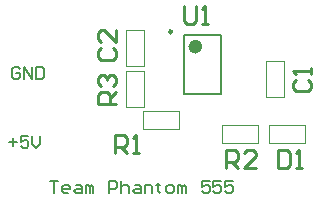
<source format=gto>
G04*
G04 #@! TF.GenerationSoftware,Altium Limited,Altium Designer,18.1.7 (191)*
G04*
G04 Layer_Color=65535*
%FSLAX25Y25*%
%MOIN*%
G70*
G01*
G75*
%ADD10C,0.00984*%
%ADD11C,0.02362*%
%ADD12C,0.00787*%
%ADD13C,0.00394*%
%ADD14C,0.01000*%
D10*
X64567Y65965D02*
G03*
X64567Y65965I-492J0D01*
G01*
D11*
X73622Y61024D02*
G03*
X73622Y61024I-1181J0D01*
G01*
D12*
X68504Y45276D02*
Y64961D01*
X81102Y45276D02*
Y64961D01*
X68504D02*
X81102D01*
X68504Y45276D02*
X81102D01*
X14041Y53673D02*
X13385Y54329D01*
X12073D01*
X11417Y53673D01*
Y51050D01*
X12073Y50394D01*
X13385D01*
X14041Y51050D01*
Y52362D01*
X12729D01*
X15353Y50394D02*
Y54329D01*
X17977Y50394D01*
Y54329D01*
X19289D02*
Y50394D01*
X21257D01*
X21913Y51050D01*
Y53673D01*
X21257Y54329D01*
X19289D01*
X10236Y29133D02*
X12860D01*
X11548Y30445D02*
Y27821D01*
X16796Y31101D02*
X14172D01*
Y29133D01*
X15484Y29789D01*
X16140D01*
X16796Y29133D01*
Y27821D01*
X16140Y27165D01*
X14828D01*
X14172Y27821D01*
X18108Y31101D02*
Y28477D01*
X19420Y27165D01*
X20731Y28477D01*
Y31101D01*
X24016Y16140D02*
X26640D01*
X25328D01*
Y12205D01*
X29919D02*
X28607D01*
X27951Y12861D01*
Y14173D01*
X28607Y14829D01*
X29919D01*
X30575Y14173D01*
Y13517D01*
X27951D01*
X32543Y14829D02*
X33855D01*
X34511Y14173D01*
Y12205D01*
X32543D01*
X31887Y12861D01*
X32543Y13517D01*
X34511D01*
X35823Y12205D02*
Y14829D01*
X36479D01*
X37135Y14173D01*
Y12205D01*
Y14173D01*
X37791Y14829D01*
X38447Y14173D01*
Y12205D01*
X43694D02*
Y16140D01*
X45662D01*
X46318Y15484D01*
Y14173D01*
X45662Y13517D01*
X43694D01*
X47630Y16140D02*
Y12205D01*
Y14173D01*
X48286Y14829D01*
X49598D01*
X50254Y14173D01*
Y12205D01*
X52222Y14829D02*
X53534D01*
X54190Y14173D01*
Y12205D01*
X52222D01*
X51566Y12861D01*
X52222Y13517D01*
X54190D01*
X55502Y12205D02*
Y14829D01*
X57469D01*
X58126Y14173D01*
Y12205D01*
X60093Y15484D02*
Y14829D01*
X59437D01*
X60749D01*
X60093D01*
Y12861D01*
X60749Y12205D01*
X63373D02*
X64685D01*
X65341Y12861D01*
Y14173D01*
X64685Y14829D01*
X63373D01*
X62717Y14173D01*
Y12861D01*
X63373Y12205D01*
X66653D02*
Y14829D01*
X67309D01*
X67965Y14173D01*
Y12205D01*
Y14173D01*
X68621Y14829D01*
X69277Y14173D01*
Y12205D01*
X77148Y16140D02*
X74524D01*
Y14173D01*
X75836Y14829D01*
X76492D01*
X77148Y14173D01*
Y12861D01*
X76492Y12205D01*
X75180D01*
X74524Y12861D01*
X81084Y16140D02*
X78460D01*
Y14173D01*
X79772Y14829D01*
X80428D01*
X81084Y14173D01*
Y12861D01*
X80428Y12205D01*
X79116D01*
X78460Y12861D01*
X85020Y16140D02*
X82396D01*
Y14173D01*
X83708Y14829D01*
X84364D01*
X85020Y14173D01*
Y12861D01*
X84364Y12205D01*
X83052D01*
X82396Y12861D01*
D13*
X97000Y34890D02*
X109000D01*
Y28890D02*
Y34890D01*
X97000Y28890D02*
X109000D01*
X97000D02*
Y34890D01*
X93402Y28890D02*
Y34890D01*
X81402D02*
X93402D01*
X81402Y28890D02*
Y34890D01*
Y28890D02*
X93402D01*
X49362Y52850D02*
X55362D01*
X49362Y40850D02*
Y52850D01*
Y40850D02*
X55362D01*
Y52850D01*
X55024Y33614D02*
Y39614D01*
Y33614D02*
X67024D01*
Y39614D01*
X55024D02*
X67024D01*
X49362Y66630D02*
X55362D01*
X49362Y54630D02*
Y66630D01*
Y54630D02*
X55362D01*
Y66630D01*
X95819Y56394D02*
X101819D01*
X95819Y44394D02*
Y56394D01*
Y44394D02*
X101819D01*
Y56394D01*
D14*
X68504Y74502D02*
Y69504D01*
X69504Y68504D01*
X71503D01*
X72503Y69504D01*
Y74502D01*
X74502Y68504D02*
X76501D01*
X75502D01*
Y74502D01*
X74502Y73502D01*
X100000Y26471D02*
Y20472D01*
X102999D01*
X103999Y21472D01*
Y25471D01*
X102999Y26471D01*
X100000D01*
X105998Y20472D02*
X107997D01*
X106998D01*
Y26471D01*
X105998Y25471D01*
X82677Y20472D02*
Y26471D01*
X85676D01*
X86676Y25471D01*
Y23471D01*
X85676Y22472D01*
X82677D01*
X84676D02*
X86676Y20472D01*
X92674D02*
X88675D01*
X92674Y24471D01*
Y25471D01*
X91674Y26471D01*
X89675D01*
X88675Y25471D01*
X46063Y41732D02*
X40065D01*
Y44731D01*
X41065Y45731D01*
X43064D01*
X44064Y44731D01*
Y41732D01*
Y43732D02*
X46063Y45731D01*
X41065Y47730D02*
X40065Y48730D01*
Y50729D01*
X41065Y51729D01*
X42064D01*
X43064Y50729D01*
Y49730D01*
Y50729D01*
X44064Y51729D01*
X45063D01*
X46063Y50729D01*
Y48730D01*
X45063Y47730D01*
X45669Y25591D02*
Y31589D01*
X48668D01*
X49668Y30589D01*
Y28590D01*
X48668Y27590D01*
X45669D01*
X47669D02*
X49668Y25591D01*
X51667D02*
X53667D01*
X52667D01*
Y31589D01*
X51667Y30589D01*
X41065Y60692D02*
X40065Y59692D01*
Y57693D01*
X41065Y56693D01*
X45063D01*
X46063Y57693D01*
Y59692D01*
X45063Y60692D01*
X46063Y66690D02*
Y62691D01*
X42064Y66690D01*
X41065D01*
X40065Y65690D01*
Y63691D01*
X41065Y62691D01*
X106025Y50062D02*
X105026Y49062D01*
Y47063D01*
X106025Y46063D01*
X110024D01*
X111024Y47063D01*
Y49062D01*
X110024Y50062D01*
X111024Y52061D02*
Y54060D01*
Y53061D01*
X105026D01*
X106025Y52061D01*
M02*

</source>
